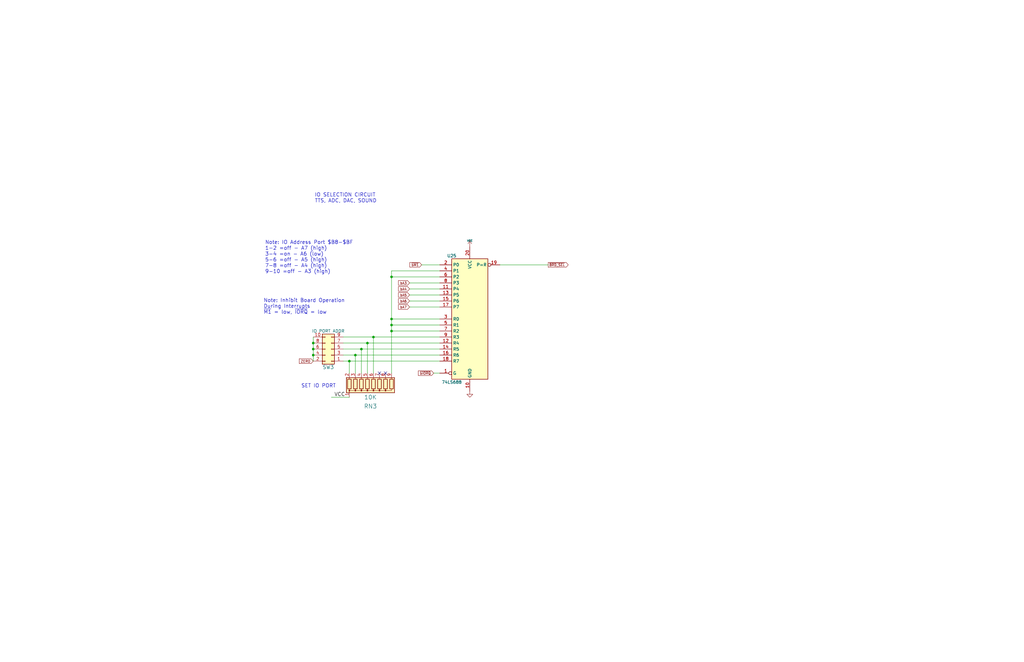
<source format=kicad_sch>
(kicad_sch (version 20211123) (generator eeschema)

  (uuid a085dca1-1c9e-46f1-bff4-cabeca5192f6)

  (paper "B")

  (lib_symbols
    (symbol "74xx:74LS688" (in_bom yes) (on_board yes)
      (property "Reference" "U" (id 0) (at -7.62 26.67 0)
        (effects (font (size 1.27 1.27)))
      )
      (property "Value" "74LS688" (id 1) (at -7.62 -26.67 0)
        (effects (font (size 1.27 1.27)))
      )
      (property "Footprint" "" (id 2) (at 0 0 0)
        (effects (font (size 1.27 1.27)) hide)
      )
      (property "Datasheet" "http://www.ti.com/lit/gpn/sn74LS688" (id 3) (at 0 0 0)
        (effects (font (size 1.27 1.27)) hide)
      )
      (property "ki_keywords" "TTL DECOD Arith" (id 4) (at 0 0 0)
        (effects (font (size 1.27 1.27)) hide)
      )
      (property "ki_description" "8-bit magnitude comparator" (id 5) (at 0 0 0)
        (effects (font (size 1.27 1.27)) hide)
      )
      (property "ki_fp_filters" "DIP?20* SOIC?20* SO?20* TSSOP?20*" (id 6) (at 0 0 0)
        (effects (font (size 1.27 1.27)) hide)
      )
      (symbol "74LS688_1_0"
        (pin input inverted (at -12.7 -22.86 0) (length 5.08)
          (name "G" (effects (font (size 1.27 1.27))))
          (number "1" (effects (font (size 1.27 1.27))))
        )
        (pin power_in line (at 0 -30.48 90) (length 5.08)
          (name "GND" (effects (font (size 1.27 1.27))))
          (number "10" (effects (font (size 1.27 1.27))))
        )
        (pin input line (at -12.7 12.7 0) (length 5.08)
          (name "P4" (effects (font (size 1.27 1.27))))
          (number "11" (effects (font (size 1.27 1.27))))
        )
        (pin input line (at -12.7 -10.16 0) (length 5.08)
          (name "R4" (effects (font (size 1.27 1.27))))
          (number "12" (effects (font (size 1.27 1.27))))
        )
        (pin input line (at -12.7 10.16 0) (length 5.08)
          (name "P5" (effects (font (size 1.27 1.27))))
          (number "13" (effects (font (size 1.27 1.27))))
        )
        (pin input line (at -12.7 -12.7 0) (length 5.08)
          (name "R5" (effects (font (size 1.27 1.27))))
          (number "14" (effects (font (size 1.27 1.27))))
        )
        (pin input line (at -12.7 7.62 0) (length 5.08)
          (name "P6" (effects (font (size 1.27 1.27))))
          (number "15" (effects (font (size 1.27 1.27))))
        )
        (pin input line (at -12.7 -15.24 0) (length 5.08)
          (name "R6" (effects (font (size 1.27 1.27))))
          (number "16" (effects (font (size 1.27 1.27))))
        )
        (pin input line (at -12.7 5.08 0) (length 5.08)
          (name "P7" (effects (font (size 1.27 1.27))))
          (number "17" (effects (font (size 1.27 1.27))))
        )
        (pin input line (at -12.7 -17.78 0) (length 5.08)
          (name "R7" (effects (font (size 1.27 1.27))))
          (number "18" (effects (font (size 1.27 1.27))))
        )
        (pin output inverted (at 12.7 22.86 180) (length 5.08)
          (name "P=R" (effects (font (size 1.27 1.27))))
          (number "19" (effects (font (size 1.27 1.27))))
        )
        (pin input line (at -12.7 22.86 0) (length 5.08)
          (name "P0" (effects (font (size 1.27 1.27))))
          (number "2" (effects (font (size 1.27 1.27))))
        )
        (pin power_in line (at 0 30.48 270) (length 5.08)
          (name "VCC" (effects (font (size 1.27 1.27))))
          (number "20" (effects (font (size 1.27 1.27))))
        )
        (pin input line (at -12.7 0 0) (length 5.08)
          (name "R0" (effects (font (size 1.27 1.27))))
          (number "3" (effects (font (size 1.27 1.27))))
        )
        (pin input line (at -12.7 20.32 0) (length 5.08)
          (name "P1" (effects (font (size 1.27 1.27))))
          (number "4" (effects (font (size 1.27 1.27))))
        )
        (pin input line (at -12.7 -2.54 0) (length 5.08)
          (name "R1" (effects (font (size 1.27 1.27))))
          (number "5" (effects (font (size 1.27 1.27))))
        )
        (pin input line (at -12.7 17.78 0) (length 5.08)
          (name "P2" (effects (font (size 1.27 1.27))))
          (number "6" (effects (font (size 1.27 1.27))))
        )
        (pin input line (at -12.7 -5.08 0) (length 5.08)
          (name "R2" (effects (font (size 1.27 1.27))))
          (number "7" (effects (font (size 1.27 1.27))))
        )
        (pin input line (at -12.7 15.24 0) (length 5.08)
          (name "P3" (effects (font (size 1.27 1.27))))
          (number "8" (effects (font (size 1.27 1.27))))
        )
        (pin input line (at -12.7 -7.62 0) (length 5.08)
          (name "R3" (effects (font (size 1.27 1.27))))
          (number "9" (effects (font (size 1.27 1.27))))
        )
      )
      (symbol "74LS688_1_1"
        (rectangle (start -7.62 25.4) (end 7.62 -25.4)
          (stroke (width 0.254) (type default) (color 0 0 0 0))
          (fill (type background))
        )
      )
    )
    (symbol "Connector_Generic:Conn_02x05_Odd_Even" (pin_names (offset 1.016) hide) (in_bom yes) (on_board yes)
      (property "Reference" "J" (id 0) (at 1.27 7.62 0)
        (effects (font (size 1.27 1.27)))
      )
      (property "Value" "Conn_02x05_Odd_Even" (id 1) (at 1.27 -7.62 0)
        (effects (font (size 1.27 1.27)))
      )
      (property "Footprint" "" (id 2) (at 0 0 0)
        (effects (font (size 1.27 1.27)) hide)
      )
      (property "Datasheet" "~" (id 3) (at 0 0 0)
        (effects (font (size 1.27 1.27)) hide)
      )
      (property "ki_keywords" "connector" (id 4) (at 0 0 0)
        (effects (font (size 1.27 1.27)) hide)
      )
      (property "ki_description" "Generic connector, double row, 02x05, odd/even pin numbering scheme (row 1 odd numbers, row 2 even numbers), script generated (kicad-library-utils/schlib/autogen/connector/)" (id 5) (at 0 0 0)
        (effects (font (size 1.27 1.27)) hide)
      )
      (property "ki_fp_filters" "Connector*:*_2x??_*" (id 6) (at 0 0 0)
        (effects (font (size 1.27 1.27)) hide)
      )
      (symbol "Conn_02x05_Odd_Even_1_1"
        (rectangle (start -1.27 -4.953) (end 0 -5.207)
          (stroke (width 0.1524) (type default) (color 0 0 0 0))
          (fill (type none))
        )
        (rectangle (start -1.27 -2.413) (end 0 -2.667)
          (stroke (width 0.1524) (type default) (color 0 0 0 0))
          (fill (type none))
        )
        (rectangle (start -1.27 0.127) (end 0 -0.127)
          (stroke (width 0.1524) (type default) (color 0 0 0 0))
          (fill (type none))
        )
        (rectangle (start -1.27 2.667) (end 0 2.413)
          (stroke (width 0.1524) (type default) (color 0 0 0 0))
          (fill (type none))
        )
        (rectangle (start -1.27 5.207) (end 0 4.953)
          (stroke (width 0.1524) (type default) (color 0 0 0 0))
          (fill (type none))
        )
        (rectangle (start -1.27 6.35) (end 3.81 -6.35)
          (stroke (width 0.254) (type default) (color 0 0 0 0))
          (fill (type background))
        )
        (rectangle (start 3.81 -4.953) (end 2.54 -5.207)
          (stroke (width 0.1524) (type default) (color 0 0 0 0))
          (fill (type none))
        )
        (rectangle (start 3.81 -2.413) (end 2.54 -2.667)
          (stroke (width 0.1524) (type default) (color 0 0 0 0))
          (fill (type none))
        )
        (rectangle (start 3.81 0.127) (end 2.54 -0.127)
          (stroke (width 0.1524) (type default) (color 0 0 0 0))
          (fill (type none))
        )
        (rectangle (start 3.81 2.667) (end 2.54 2.413)
          (stroke (width 0.1524) (type default) (color 0 0 0 0))
          (fill (type none))
        )
        (rectangle (start 3.81 5.207) (end 2.54 4.953)
          (stroke (width 0.1524) (type default) (color 0 0 0 0))
          (fill (type none))
        )
        (pin passive line (at -5.08 5.08 0) (length 3.81)
          (name "Pin_1" (effects (font (size 1.27 1.27))))
          (number "1" (effects (font (size 1.27 1.27))))
        )
        (pin passive line (at 7.62 -5.08 180) (length 3.81)
          (name "Pin_10" (effects (font (size 1.27 1.27))))
          (number "10" (effects (font (size 1.27 1.27))))
        )
        (pin passive line (at 7.62 5.08 180) (length 3.81)
          (name "Pin_2" (effects (font (size 1.27 1.27))))
          (number "2" (effects (font (size 1.27 1.27))))
        )
        (pin passive line (at -5.08 2.54 0) (length 3.81)
          (name "Pin_3" (effects (font (size 1.27 1.27))))
          (number "3" (effects (font (size 1.27 1.27))))
        )
        (pin passive line (at 7.62 2.54 180) (length 3.81)
          (name "Pin_4" (effects (font (size 1.27 1.27))))
          (number "4" (effects (font (size 1.27 1.27))))
        )
        (pin passive line (at -5.08 0 0) (length 3.81)
          (name "Pin_5" (effects (font (size 1.27 1.27))))
          (number "5" (effects (font (size 1.27 1.27))))
        )
        (pin passive line (at 7.62 0 180) (length 3.81)
          (name "Pin_6" (effects (font (size 1.27 1.27))))
          (number "6" (effects (font (size 1.27 1.27))))
        )
        (pin passive line (at -5.08 -2.54 0) (length 3.81)
          (name "Pin_7" (effects (font (size 1.27 1.27))))
          (number "7" (effects (font (size 1.27 1.27))))
        )
        (pin passive line (at 7.62 -2.54 180) (length 3.81)
          (name "Pin_8" (effects (font (size 1.27 1.27))))
          (number "8" (effects (font (size 1.27 1.27))))
        )
        (pin passive line (at -5.08 -5.08 0) (length 3.81)
          (name "Pin_9" (effects (font (size 1.27 1.27))))
          (number "9" (effects (font (size 1.27 1.27))))
        )
      )
    )
    (symbol "Device:R_Network08" (pin_names (offset 0) hide) (in_bom yes) (on_board yes)
      (property "Reference" "RN" (id 0) (at -12.7 0 90)
        (effects (font (size 1.27 1.27)))
      )
      (property "Value" "R_Network08" (id 1) (at 10.16 0 90)
        (effects (font (size 1.27 1.27)))
      )
      (property "Footprint" "Resistor_THT:R_Array_SIP9" (id 2) (at 12.065 0 90)
        (effects (font (size 1.27 1.27)) hide)
      )
      (property "Datasheet" "http://www.vishay.com/docs/31509/csc.pdf" (id 3) (at 0 0 0)
        (effects (font (size 1.27 1.27)) hide)
      )
      (property "ki_keywords" "R network star-topology" (id 4) (at 0 0 0)
        (effects (font (size 1.27 1.27)) hide)
      )
      (property "ki_description" "8 resistor network, star topology, bussed resistors, small symbol" (id 5) (at 0 0 0)
        (effects (font (size 1.27 1.27)) hide)
      )
      (property "ki_fp_filters" "R?Array?SIP*" (id 6) (at 0 0 0)
        (effects (font (size 1.27 1.27)) hide)
      )
      (symbol "R_Network08_0_1"
        (rectangle (start -11.43 -3.175) (end 8.89 3.175)
          (stroke (width 0.254) (type default) (color 0 0 0 0))
          (fill (type background))
        )
        (rectangle (start -10.922 1.524) (end -9.398 -2.54)
          (stroke (width 0.254) (type default) (color 0 0 0 0))
          (fill (type none))
        )
        (circle (center -10.16 2.286) (radius 0.254)
          (stroke (width 0) (type default) (color 0 0 0 0))
          (fill (type outline))
        )
        (rectangle (start -8.382 1.524) (end -6.858 -2.54)
          (stroke (width 0.254) (type default) (color 0 0 0 0))
          (fill (type none))
        )
        (circle (center -7.62 2.286) (radius 0.254)
          (stroke (width 0) (type default) (color 0 0 0 0))
          (fill (type outline))
        )
        (rectangle (start -5.842 1.524) (end -4.318 -2.54)
          (stroke (width 0.254) (type default) (color 0 0 0 0))
          (fill (type none))
        )
        (circle (center -5.08 2.286) (radius 0.254)
          (stroke (width 0) (type default) (color 0 0 0 0))
          (fill (type outline))
        )
        (rectangle (start -3.302 1.524) (end -1.778 -2.54)
          (stroke (width 0.254) (type default) (color 0 0 0 0))
          (fill (type none))
        )
        (circle (center -2.54 2.286) (radius 0.254)
          (stroke (width 0) (type default) (color 0 0 0 0))
          (fill (type outline))
        )
        (rectangle (start -0.762 1.524) (end 0.762 -2.54)
          (stroke (width 0.254) (type default) (color 0 0 0 0))
          (fill (type none))
        )
        (polyline
          (pts
            (xy -10.16 -2.54)
            (xy -10.16 -3.81)
          )
          (stroke (width 0) (type default) (color 0 0 0 0))
          (fill (type none))
        )
        (polyline
          (pts
            (xy -7.62 -2.54)
            (xy -7.62 -3.81)
          )
          (stroke (width 0) (type default) (color 0 0 0 0))
          (fill (type none))
        )
        (polyline
          (pts
            (xy -5.08 -2.54)
            (xy -5.08 -3.81)
          )
          (stroke (width 0) (type default) (color 0 0 0 0))
          (fill (type none))
        )
        (polyline
          (pts
            (xy -2.54 -2.54)
            (xy -2.54 -3.81)
          )
          (stroke (width 0) (type default) (color 0 0 0 0))
          (fill (type none))
        )
        (polyline
          (pts
            (xy 0 -2.54)
            (xy 0 -3.81)
          )
          (stroke (width 0) (type default) (color 0 0 0 0))
          (fill (type none))
        )
        (polyline
          (pts
            (xy 2.54 -2.54)
            (xy 2.54 -3.81)
          )
          (stroke (width 0) (type default) (color 0 0 0 0))
          (fill (type none))
        )
        (polyline
          (pts
            (xy 5.08 -2.54)
            (xy 5.08 -3.81)
          )
          (stroke (width 0) (type default) (color 0 0 0 0))
          (fill (type none))
        )
        (polyline
          (pts
            (xy 7.62 -2.54)
            (xy 7.62 -3.81)
          )
          (stroke (width 0) (type default) (color 0 0 0 0))
          (fill (type none))
        )
        (polyline
          (pts
            (xy -10.16 1.524)
            (xy -10.16 2.286)
            (xy -7.62 2.286)
            (xy -7.62 1.524)
          )
          (stroke (width 0) (type default) (color 0 0 0 0))
          (fill (type none))
        )
        (polyline
          (pts
            (xy -7.62 1.524)
            (xy -7.62 2.286)
            (xy -5.08 2.286)
            (xy -5.08 1.524)
          )
          (stroke (width 0) (type default) (color 0 0 0 0))
          (fill (type none))
        )
        (polyline
          (pts
            (xy -5.08 1.524)
            (xy -5.08 2.286)
            (xy -2.54 2.286)
            (xy -2.54 1.524)
          )
          (stroke (width 0) (type default) (color 0 0 0 0))
          (fill (type none))
        )
        (polyline
          (pts
            (xy -2.54 1.524)
            (xy -2.54 2.286)
            (xy 0 2.286)
            (xy 0 1.524)
          )
          (stroke (width 0) (type default) (color 0 0 0 0))
          (fill (type none))
        )
        (polyline
          (pts
            (xy 0 1.524)
            (xy 0 2.286)
            (xy 2.54 2.286)
            (xy 2.54 1.524)
          )
          (stroke (width 0) (type default) (color 0 0 0 0))
          (fill (type none))
        )
        (polyline
          (pts
            (xy 2.54 1.524)
            (xy 2.54 2.286)
            (xy 5.08 2.286)
            (xy 5.08 1.524)
          )
          (stroke (width 0) (type default) (color 0 0 0 0))
          (fill (type none))
        )
        (polyline
          (pts
            (xy 5.08 1.524)
            (xy 5.08 2.286)
            (xy 7.62 2.286)
            (xy 7.62 1.524)
          )
          (stroke (width 0) (type default) (color 0 0 0 0))
          (fill (type none))
        )
        (circle (center 0 2.286) (radius 0.254)
          (stroke (width 0) (type default) (color 0 0 0 0))
          (fill (type outline))
        )
        (rectangle (start 1.778 1.524) (end 3.302 -2.54)
          (stroke (width 0.254) (type default) (color 0 0 0 0))
          (fill (type none))
        )
        (circle (center 2.54 2.286) (radius 0.254)
          (stroke (width 0) (type default) (color 0 0 0 0))
          (fill (type outline))
        )
        (rectangle (start 4.318 1.524) (end 5.842 -2.54)
          (stroke (width 0.254) (type default) (color 0 0 0 0))
          (fill (type none))
        )
        (circle (center 5.08 2.286) (radius 0.254)
          (stroke (width 0) (type default) (color 0 0 0 0))
          (fill (type outline))
        )
        (rectangle (start 6.858 1.524) (end 8.382 -2.54)
          (stroke (width 0.254) (type default) (color 0 0 0 0))
          (fill (type none))
        )
      )
      (symbol "R_Network08_1_1"
        (pin passive line (at -10.16 5.08 270) (length 2.54)
          (name "common" (effects (font (size 1.27 1.27))))
          (number "1" (effects (font (size 1.27 1.27))))
        )
        (pin passive line (at -10.16 -5.08 90) (length 1.27)
          (name "R1" (effects (font (size 1.27 1.27))))
          (number "2" (effects (font (size 1.27 1.27))))
        )
        (pin passive line (at -7.62 -5.08 90) (length 1.27)
          (name "R2" (effects (font (size 1.27 1.27))))
          (number "3" (effects (font (size 1.27 1.27))))
        )
        (pin passive line (at -5.08 -5.08 90) (length 1.27)
          (name "R3" (effects (font (size 1.27 1.27))))
          (number "4" (effects (font (size 1.27 1.27))))
        )
        (pin passive line (at -2.54 -5.08 90) (length 1.27)
          (name "R4" (effects (font (size 1.27 1.27))))
          (number "5" (effects (font (size 1.27 1.27))))
        )
        (pin passive line (at 0 -5.08 90) (length 1.27)
          (name "R5" (effects (font (size 1.27 1.27))))
          (number "6" (effects (font (size 1.27 1.27))))
        )
        (pin passive line (at 2.54 -5.08 90) (length 1.27)
          (name "R6" (effects (font (size 1.27 1.27))))
          (number "7" (effects (font (size 1.27 1.27))))
        )
        (pin passive line (at 5.08 -5.08 90) (length 1.27)
          (name "R7" (effects (font (size 1.27 1.27))))
          (number "8" (effects (font (size 1.27 1.27))))
        )
        (pin passive line (at 7.62 -5.08 90) (length 1.27)
          (name "R8" (effects (font (size 1.27 1.27))))
          (number "9" (effects (font (size 1.27 1.27))))
        )
      )
    )
    (symbol "power:GND" (power) (pin_names (offset 0)) (in_bom yes) (on_board yes)
      (property "Reference" "#PWR" (id 0) (at 0 -6.35 0)
        (effects (font (size 1.27 1.27)) hide)
      )
      (property "Value" "GND" (id 1) (at 0 -3.81 0)
        (effects (font (size 1.27 1.27)))
      )
      (property "Footprint" "" (id 2) (at 0 0 0)
        (effects (font (size 1.27 1.27)) hide)
      )
      (property "Datasheet" "" (id 3) (at 0 0 0)
        (effects (font (size 1.27 1.27)) hide)
      )
      (property "ki_keywords" "global power" (id 4) (at 0 0 0)
        (effects (font (size 1.27 1.27)) hide)
      )
      (property "ki_description" "Power symbol creates a global label with name \"GND\" , ground" (id 5) (at 0 0 0)
        (effects (font (size 1.27 1.27)) hide)
      )
      (symbol "GND_0_1"
        (polyline
          (pts
            (xy 0 0)
            (xy 0 -1.27)
            (xy 1.27 -1.27)
            (xy 0 -2.54)
            (xy -1.27 -1.27)
            (xy 0 -1.27)
          )
          (stroke (width 0) (type default) (color 0 0 0 0))
          (fill (type none))
        )
      )
      (symbol "GND_1_1"
        (pin power_in line (at 0 0 270) (length 0) hide
          (name "GND" (effects (font (size 1.27 1.27))))
          (number "1" (effects (font (size 1.27 1.27))))
        )
      )
    )
    (symbol "power:VCC" (power) (pin_names (offset 0)) (in_bom yes) (on_board yes)
      (property "Reference" "#PWR" (id 0) (at 0 -3.81 0)
        (effects (font (size 1.27 1.27)) hide)
      )
      (property "Value" "VCC" (id 1) (at 0 3.81 0)
        (effects (font (size 1.27 1.27)))
      )
      (property "Footprint" "" (id 2) (at 0 0 0)
        (effects (font (size 1.27 1.27)) hide)
      )
      (property "Datasheet" "" (id 3) (at 0 0 0)
        (effects (font (size 1.27 1.27)) hide)
      )
      (property "ki_keywords" "global power" (id 4) (at 0 0 0)
        (effects (font (size 1.27 1.27)) hide)
      )
      (property "ki_description" "Power symbol creates a global label with name \"VCC\"" (id 5) (at 0 0 0)
        (effects (font (size 1.27 1.27)) hide)
      )
      (symbol "VCC_0_1"
        (polyline
          (pts
            (xy -0.762 1.27)
            (xy 0 2.54)
          )
          (stroke (width 0) (type default) (color 0 0 0 0))
          (fill (type none))
        )
        (polyline
          (pts
            (xy 0 0)
            (xy 0 2.54)
          )
          (stroke (width 0) (type default) (color 0 0 0 0))
          (fill (type none))
        )
        (polyline
          (pts
            (xy 0 2.54)
            (xy 0.762 1.27)
          )
          (stroke (width 0) (type default) (color 0 0 0 0))
          (fill (type none))
        )
      )
      (symbol "VCC_1_1"
        (pin power_in line (at 0 0 90) (length 0) hide
          (name "VCC" (effects (font (size 1.27 1.27))))
          (number "1" (effects (font (size 1.27 1.27))))
        )
      )
    )
  )

  (junction (at 132.08 149.86) (diameter 0) (color 0 0 0 0)
    (uuid 1825ac12-fc34-4fc2-9a2d-ea4544f824a8)
  )
  (junction (at 132.08 144.78) (diameter 0) (color 0 0 0 0)
    (uuid 363a596f-4292-4e34-ab7c-277813371a3f)
  )
  (junction (at 165.1 137.16) (diameter 0) (color 0 0 0 0)
    (uuid 3cf2f57f-6abc-4471-a49b-0a27e1a7743a)
  )
  (junction (at 149.86 149.86) (diameter 0) (color 0 0 0 0)
    (uuid 532800d0-ee19-4e1a-b3d5-b63581088457)
  )
  (junction (at 165.1 139.7) (diameter 0) (color 0 0 0 0)
    (uuid 5c5d6f7e-bf0c-4352-9fa3-620f0662c51a)
  )
  (junction (at 157.48 142.24) (diameter 0) (color 0 0 0 0)
    (uuid 638308de-89c4-4e02-89c7-e9734851d0aa)
  )
  (junction (at 165.1 134.62) (diameter 0) (color 0 0 0 0)
    (uuid 89f9eade-0eeb-489e-9041-9cd6d50f9f89)
  )
  (junction (at 152.4 147.32) (diameter 0) (color 0 0 0 0)
    (uuid 8eb8da00-6d9a-4633-b424-b40b394852d0)
  )
  (junction (at 165.1 116.84) (diameter 0) (color 0 0 0 0)
    (uuid 93056124-efdc-4852-b5e2-2bed5201b22e)
  )
  (junction (at 147.32 152.4) (diameter 0) (color 0 0 0 0)
    (uuid 98fb6e10-175a-48b4-b105-c2874574f089)
  )
  (junction (at 132.08 147.32) (diameter 0) (color 0 0 0 0)
    (uuid a74315f3-00ba-4153-a5bd-c7d9b212faa0)
  )
  (junction (at 154.94 144.78) (diameter 0) (color 0 0 0 0)
    (uuid f9e40509-c414-4577-9204-61a261c0cf59)
  )

  (no_connect (at 160.02 157.48) (uuid 7d51257f-5911-4b55-8906-bf3336dc96bd))
  (no_connect (at 162.56 157.48) (uuid e326525a-9c5b-4c93-8e02-bffd010ca5ed))

  (wire (pts (xy 157.48 142.24) (xy 185.42 142.24))
    (stroke (width 0) (type default) (color 0 0 0 0))
    (uuid 046e5558-289e-4bc8-860f-4b025265cb99)
  )
  (wire (pts (xy 177.8 111.76) (xy 185.42 111.76))
    (stroke (width 0) (type default) (color 0 0 0 0))
    (uuid 0d5587b3-1fa4-42dc-b741-b6ac580efba2)
  )
  (wire (pts (xy 165.1 137.16) (xy 165.1 139.7))
    (stroke (width 0) (type default) (color 0 0 0 0))
    (uuid 120cc132-fa9c-4eb9-9f36-7a1bb0dd0d17)
  )
  (wire (pts (xy 172.72 119.38) (xy 185.42 119.38))
    (stroke (width 0) (type default) (color 0 0 0 0))
    (uuid 1a51362d-7357-4b46-8a6e-da42c7bf1c9d)
  )
  (wire (pts (xy 132.08 144.78) (xy 132.08 147.32))
    (stroke (width 0) (type default) (color 0 0 0 0))
    (uuid 1d8c9614-9697-43b0-98be-53a4b8666030)
  )
  (wire (pts (xy 152.4 147.32) (xy 185.42 147.32))
    (stroke (width 0) (type default) (color 0 0 0 0))
    (uuid 1fc99555-7ab6-49fd-a080-4253905f6cac)
  )
  (wire (pts (xy 144.78 149.86) (xy 149.86 149.86))
    (stroke (width 0) (type default) (color 0 0 0 0))
    (uuid 2af927ee-66d8-4fa1-bff3-a693e912ff71)
  )
  (wire (pts (xy 144.78 142.24) (xy 157.48 142.24))
    (stroke (width 0) (type default) (color 0 0 0 0))
    (uuid 2d10caa4-e785-46ba-b166-3902889f13e8)
  )
  (wire (pts (xy 147.32 157.48) (xy 147.32 152.4))
    (stroke (width 0) (type default) (color 0 0 0 0))
    (uuid 31a8c126-8f83-4728-8544-a20e9dce27d5)
  )
  (wire (pts (xy 149.86 149.86) (xy 185.42 149.86))
    (stroke (width 0) (type default) (color 0 0 0 0))
    (uuid 32395282-e8fb-4705-94e4-0c3e0a854294)
  )
  (wire (pts (xy 165.1 139.7) (xy 185.42 139.7))
    (stroke (width 0) (type default) (color 0 0 0 0))
    (uuid 404c69ea-90ba-4905-83c9-6ee1cfe4956b)
  )
  (wire (pts (xy 210.82 111.76) (xy 231.14 111.76))
    (stroke (width 0) (type default) (color 0 0 0 0))
    (uuid 40a2f51d-3458-47b1-a18b-dc613481f463)
  )
  (wire (pts (xy 185.42 114.3) (xy 165.1 114.3))
    (stroke (width 0) (type default) (color 0 0 0 0))
    (uuid 527a40ff-1c01-4869-a608-2be53aadac5c)
  )
  (wire (pts (xy 132.08 149.86) (xy 132.08 152.4))
    (stroke (width 0) (type default) (color 0 0 0 0))
    (uuid 57469954-2ad2-4a79-9ca6-4e2f7ea61662)
  )
  (wire (pts (xy 154.94 157.48) (xy 154.94 144.78))
    (stroke (width 0) (type default) (color 0 0 0 0))
    (uuid 5fec8539-9102-4174-9645-ec21228dfc5a)
  )
  (wire (pts (xy 165.1 134.62) (xy 185.42 134.62))
    (stroke (width 0) (type default) (color 0 0 0 0))
    (uuid 69ffbfd8-4fcb-49ac-82e1-444a8448cac2)
  )
  (wire (pts (xy 147.32 152.4) (xy 185.42 152.4))
    (stroke (width 0) (type default) (color 0 0 0 0))
    (uuid 6b4b237c-cc08-4444-a2b5-6006ed5133a0)
  )
  (wire (pts (xy 172.72 127) (xy 185.42 127))
    (stroke (width 0) (type default) (color 0 0 0 0))
    (uuid 6e6b3cbb-5ac6-4bea-b4df-c97c1b113cf4)
  )
  (wire (pts (xy 139.7 167.64) (xy 147.32 167.64))
    (stroke (width 0) (type default) (color 0 0 0 0))
    (uuid 6ee00add-b140-432c-9577-87a5bd761fc2)
  )
  (wire (pts (xy 165.1 114.3) (xy 165.1 116.84))
    (stroke (width 0) (type default) (color 0 0 0 0))
    (uuid 7b187928-e000-47db-a403-c1f611664881)
  )
  (wire (pts (xy 144.78 144.78) (xy 154.94 144.78))
    (stroke (width 0) (type default) (color 0 0 0 0))
    (uuid 8ebd7248-86ef-4394-a939-3562e79f2539)
  )
  (wire (pts (xy 132.08 147.32) (xy 132.08 149.86))
    (stroke (width 0) (type default) (color 0 0 0 0))
    (uuid 964d11d5-1556-4eb0-8b13-d5d6a32743e6)
  )
  (wire (pts (xy 132.08 142.24) (xy 132.08 144.78))
    (stroke (width 0) (type default) (color 0 0 0 0))
    (uuid a4bebb31-d780-4c25-873c-e48cd2a7c390)
  )
  (wire (pts (xy 144.78 147.32) (xy 152.4 147.32))
    (stroke (width 0) (type default) (color 0 0 0 0))
    (uuid a6de7636-af05-43bc-85c4-a5742b3d76db)
  )
  (wire (pts (xy 152.4 157.48) (xy 152.4 147.32))
    (stroke (width 0) (type default) (color 0 0 0 0))
    (uuid bbd929f7-1fdb-4b39-bfd8-8dcea53b093e)
  )
  (wire (pts (xy 165.1 137.16) (xy 165.1 134.62))
    (stroke (width 0) (type default) (color 0 0 0 0))
    (uuid bbe3bca3-cfe2-4b83-9635-45989fc6f044)
  )
  (wire (pts (xy 172.72 121.92) (xy 185.42 121.92))
    (stroke (width 0) (type default) (color 0 0 0 0))
    (uuid c1b45017-f355-46e3-a6b0-5c36fe25a9b0)
  )
  (wire (pts (xy 172.72 124.46) (xy 185.42 124.46))
    (stroke (width 0) (type default) (color 0 0 0 0))
    (uuid c79894e3-cd22-431d-b0f8-3cfb4202adb6)
  )
  (wire (pts (xy 172.72 129.54) (xy 185.42 129.54))
    (stroke (width 0) (type default) (color 0 0 0 0))
    (uuid cd4a2d6a-07df-451c-b5fa-71d82c80cd5e)
  )
  (wire (pts (xy 149.86 157.48) (xy 149.86 149.86))
    (stroke (width 0) (type default) (color 0 0 0 0))
    (uuid d2e939c2-6f11-41cd-8848-d6444f4e28f9)
  )
  (wire (pts (xy 165.1 116.84) (xy 165.1 134.62))
    (stroke (width 0) (type default) (color 0 0 0 0))
    (uuid d83bb7db-1a8b-4fce-a876-4ba835be5450)
  )
  (wire (pts (xy 165.1 137.16) (xy 185.42 137.16))
    (stroke (width 0) (type default) (color 0 0 0 0))
    (uuid df2e2703-74cf-49d3-90ba-fd28d2755d5f)
  )
  (wire (pts (xy 165.1 139.7) (xy 165.1 157.48))
    (stroke (width 0) (type default) (color 0 0 0 0))
    (uuid e62cda6e-fcde-4b3d-a1d6-fac3a1019dc2)
  )
  (wire (pts (xy 157.48 142.24) (xy 157.48 157.48))
    (stroke (width 0) (type default) (color 0 0 0 0))
    (uuid ed593436-7442-4d9d-810a-b848dcd79634)
  )
  (wire (pts (xy 154.94 144.78) (xy 185.42 144.78))
    (stroke (width 0) (type default) (color 0 0 0 0))
    (uuid eed9caeb-7363-4186-9d6c-afc7fdded92c)
  )
  (wire (pts (xy 185.42 157.48) (xy 182.88 157.48))
    (stroke (width 0) (type default) (color 0 0 0 0))
    (uuid f69eca09-6567-4a7e-a0c7-765c529d9baa)
  )
  (wire (pts (xy 144.78 152.4) (xy 147.32 152.4))
    (stroke (width 0) (type default) (color 0 0 0 0))
    (uuid f82cfe23-c74d-400e-8208-034933f9beef)
  )
  (wire (pts (xy 165.1 116.84) (xy 185.42 116.84))
    (stroke (width 0) (type default) (color 0 0 0 0))
    (uuid ff85965c-dea1-4709-bf9a-e2d12922a4f2)
  )

  (text "SET IO PORT" (at 127 163.83 0)
    (effects (font (size 1.524 1.524)) (justify left bottom))
    (uuid 1ef3b430-7fb1-4652-801d-415c6183e26b)
  )
  (text "Note: IO Address Port $B8-$BF\n1-2 =off - A7 (high)\n3-4 =on - A6 (low)\n5-6 =off - A5 (high)\n7-8 =off - A4 (high)\n9-10 =off - A3 (high)"
    (at 111.76 115.57 0)
    (effects (font (size 1.524 1.524)) (justify left bottom))
    (uuid 25c4d1dd-e124-43c6-b024-47cb25885175)
  )
  (text "IO SELECTION CIRCUIT\nTTS, ADC, DAC, SOUND" (at 132.715 85.725 0)
    (effects (font (size 1.524 1.524)) (justify left bottom))
    (uuid c94a855f-a916-4f9c-85aa-e44945bd1161)
  )
  (text "Note: Inhibit Board Operation\nDuring Interrupts\n~{M1} = low, ~{IORQ} = low"
    (at 111.125 132.715 0)
    (effects (font (size 1.524 1.524)) (justify left bottom))
    (uuid d50a274a-75ce-41fa-934b-821db0dfa44f)
  )

  (label "VCC" (at 140.97 167.64 0)
    (effects (font (size 1.524 1.524)) (justify left bottom))
    (uuid 98d83f70-6ec2-4c48-a3f0-3f3cc7c58143)
  )

  (global_label "bA3" (shape input) (at 172.72 119.38 180) (fields_autoplaced)
    (effects (font (size 1.016 1.016)) (justify right))
    (uuid 1a25153f-7b07-45fe-b0fb-b7cb314239b6)
    (property "Intersheet References" "${INTERSHEET_REFS}" (id 0) (at 168.103 119.3165 0)
      (effects (font (size 1.016 1.016)) (justify right) hide)
    )
  )
  (global_label "~{BRD_SEL}" (shape output) (at 231.14 111.76 0) (fields_autoplaced)
    (effects (font (size 1.016 1.016)) (justify left))
    (uuid 229c83e4-9eaf-4f45-98cb-b1fe34b88ddd)
    (property "Intersheet References" "${INTERSHEET_REFS}" (id 0) (at 239.5307 111.6965 0)
      (effects (font (size 1.016 1.016)) (justify left) hide)
    )
  )
  (global_label "bA4" (shape input) (at 172.72 121.92 180) (fields_autoplaced)
    (effects (font (size 1.016 1.016)) (justify right))
    (uuid 2bdd8338-5aec-47d0-861c-01d878bf388a)
    (property "Intersheet References" "${INTERSHEET_REFS}" (id 0) (at 104.14 74.93 0)
      (effects (font (size 1.27 1.27)) hide)
    )
  )
  (global_label "bA6" (shape input) (at 172.72 127 180) (fields_autoplaced)
    (effects (font (size 1.016 1.016)) (justify right))
    (uuid 6755020c-2ba4-4b65-a7a6-e91f9400e588)
    (property "Intersheet References" "${INTERSHEET_REFS}" (id 0) (at 104.14 74.93 0)
      (effects (font (size 1.27 1.27)) hide)
    )
  )
  (global_label "~{bIORQ}" (shape input) (at 182.88 157.48 180) (fields_autoplaced)
    (effects (font (size 1.016 1.016)) (justify right))
    (uuid 68a0a0a9-d0f8-4482-975a-d4bc9e4b242b)
    (property "Intersheet References" "${INTERSHEET_REFS}" (id 0) (at 104.14 74.93 0)
      (effects (font (size 1.27 1.27)) hide)
    )
  )
  (global_label "ZERO" (shape input) (at 132.08 152.4 180) (fields_autoplaced)
    (effects (font (size 1.016 1.016)) (justify right))
    (uuid 87e3ef8e-6a17-437f-a630-79bf4359be23)
    (property "Intersheet References" "${INTERSHEET_REFS}" (id 0) (at 96.52 74.93 0)
      (effects (font (size 1.27 1.27)) hide)
    )
  )
  (global_label "bA5" (shape input) (at 172.72 124.46 180) (fields_autoplaced)
    (effects (font (size 1.016 1.016)) (justify right))
    (uuid a0c537b8-8875-4383-951b-f35d1760318e)
    (property "Intersheet References" "${INTERSHEET_REFS}" (id 0) (at 104.14 74.93 0)
      (effects (font (size 1.27 1.27)) hide)
    )
  )
  (global_label "bA7" (shape input) (at 172.72 129.54 180) (fields_autoplaced)
    (effects (font (size 1.016 1.016)) (justify right))
    (uuid c071d9ae-dd30-4ad0-a601-ac0d24365935)
    (property "Intersheet References" "${INTERSHEET_REFS}" (id 0) (at 104.14 74.93 0)
      (effects (font (size 1.27 1.27)) hide)
    )
  )
  (global_label "~{bM1}" (shape input) (at 177.8 111.76 180) (fields_autoplaced)
    (effects (font (size 1.016 1.016)) (justify right))
    (uuid ceb16c6f-8ad8-4ed8-9524-31463870d91b)
    (property "Intersheet References" "${INTERSHEET_REFS}" (id 0) (at 104.14 74.93 0)
      (effects (font (size 1.27 1.27)) hide)
    )
  )

  (symbol (lib_id "Connector_Generic:Conn_02x05_Odd_Even") (at 139.7 147.32 180) (unit 1)
    (in_bom yes) (on_board yes)
    (uuid 00000000-0000-0000-0000-00006606dce9)
    (property "Reference" "SW3" (id 0) (at 138.43 154.94 0)
      (effects (font (size 1.524 1.524)))
    )
    (property "Value" "IO PORT ADDR" (id 1) (at 138.43 139.7 0))
    (property "Footprint" "Connector_PinHeader_2.54mm:PinHeader_2x05_P2.54mm_Vertical" (id 2) (at 139.7 147.32 0)
      (effects (font (size 1.27 1.27)) hide)
    )
    (property "Datasheet" "~" (id 3) (at 139.7 147.32 0)
      (effects (font (size 1.27 1.27)) hide)
    )
    (pin "1" (uuid 2ba897e2-53c4-4ad6-9f03-2f049b53f7b6))
    (pin "10" (uuid c658fefa-f87f-423d-9fc2-885bdf54805c))
    (pin "2" (uuid 9d69b1d9-3ee9-4d90-9288-b53cc9b54443))
    (pin "3" (uuid 43ead525-709e-4aa5-8f68-dca023feb6d7))
    (pin "4" (uuid 89cdb811-0726-4dd8-aab0-8b8b69b3c9fc))
    (pin "5" (uuid 0a4ce51d-6a8b-4377-9d77-40c10631a06b))
    (pin "6" (uuid ab7b311d-dcaf-4475-b5b0-8a67d77025c4))
    (pin "7" (uuid 07168204-eddf-45b1-9089-c5caee720656))
    (pin "8" (uuid 1b44ece1-1cf9-4236-9844-8579d66958e9))
    (pin "9" (uuid 3e28e747-82fb-4607-92ff-2aeb01d0aaff))
  )

  (symbol (lib_id "power:VCC") (at 198.12 104.14 0) (unit 1)
    (in_bom yes) (on_board yes)
    (uuid 00000000-0000-0000-0000-0000660e7c6b)
    (property "Reference" "#PWR072" (id 0) (at 198.12 101.6 0)
      (effects (font (size 0.762 0.762)) hide)
    )
    (property "Value" "VCC" (id 1) (at 198.12 101.6 0)
      (effects (font (size 0.762 0.762)))
    )
    (property "Footprint" "" (id 2) (at 198.12 104.14 0)
      (effects (font (size 1.524 1.524)) hide)
    )
    (property "Datasheet" "" (id 3) (at 198.12 104.14 0)
      (effects (font (size 1.524 1.524)) hide)
    )
    (pin "1" (uuid 0fbc46e6-08e4-434b-995b-84a7764a5045))
  )

  (symbol (lib_id "74xx:74LS688") (at 198.12 134.62 0) (unit 1)
    (in_bom yes) (on_board yes)
    (uuid 00000000-0000-0000-0000-0000660e7c6c)
    (property "Reference" "U25" (id 0) (at 190.5 107.95 0))
    (property "Value" "74LS688" (id 1) (at 190.5 161.29 0))
    (property "Footprint" "Package_DIP:DIP-20_W7.62mm_Socket" (id 2) (at 198.12 134.62 0)
      (effects (font (size 1.27 1.27)) hide)
    )
    (property "Datasheet" "http://www.ti.com/lit/gpn/sn74LS688" (id 3) (at 198.12 134.62 0)
      (effects (font (size 1.27 1.27)) hide)
    )
    (pin "1" (uuid 64d7e183-9897-44bc-9406-dd2c09b39e3d))
    (pin "10" (uuid 149a495c-630a-43b7-af37-234112094dc1))
    (pin "11" (uuid 6e91edd8-0795-46b0-bdf5-20f529442b8a))
    (pin "12" (uuid 545ed43b-c741-40bc-8666-4478830143fe))
    (pin "13" (uuid 2d5a706f-134f-4da5-bf6e-2f15d184306f))
    (pin "14" (uuid ef28ff13-6336-4216-a19f-985a7298ce33))
    (pin "15" (uuid c726b561-0cc9-4ea2-a4af-91ff8269097f))
    (pin "16" (uuid 77baf1d6-a142-4061-81da-472a45986220))
    (pin "17" (uuid 9e7ae527-b1fa-4813-8e86-402508c9961d))
    (pin "18" (uuid eb480b6c-76ee-40d4-9c58-762eee5a2b42))
    (pin "19" (uuid 71f09a36-7d47-49a8-9950-bb7d0eb42315))
    (pin "2" (uuid 5d6b85e7-17ad-4b70-908e-396870ac63ec))
    (pin "20" (uuid 6dd5b24b-07b8-4f91-9c6c-6775aa66a723))
    (pin "3" (uuid 9c1f95ce-1cba-4f04-8d48-e6199d0655d6))
    (pin "4" (uuid b387078c-12ca-4507-a108-780717136a0f))
    (pin "5" (uuid 3302b662-f5ee-4ea6-a504-e33424f1b274))
    (pin "6" (uuid 5f91be36-3cb1-43cb-9900-50295093de80))
    (pin "7" (uuid df65ba6c-e511-418f-bbda-41af8d820a5e))
    (pin "8" (uuid 2ccd7718-4276-41e5-ba36-28a9fc335df7))
    (pin "9" (uuid 3191cfa3-919e-4aea-a691-7f4362132485))
  )

  (symbol (lib_id "Device:R_Network08") (at 157.48 162.56 0) (mirror x) (unit 1)
    (in_bom yes) (on_board yes)
    (uuid 00000000-0000-0000-0000-0000660e7c7c)
    (property "Reference" "RN3" (id 0) (at 156.21 171.45 0)
      (effects (font (size 1.778 1.778)))
    )
    (property "Value" "10K" (id 1) (at 156.21 167.64 0)
      (effects (font (size 1.778 1.778)))
    )
    (property "Footprint" "Resistor_THT:R_Array_SIP9" (id 2) (at 169.545 162.56 90)
      (effects (font (size 1.27 1.27)) hide)
    )
    (property "Datasheet" "http://www.vishay.com/docs/31509/csc.pdf" (id 3) (at 157.48 162.56 0)
      (effects (font (size 1.27 1.27)) hide)
    )
    (pin "1" (uuid 40b4e050-a3ae-4b56-b49d-b0b0fe9896f7))
    (pin "2" (uuid 0dd2f514-021b-4850-8bff-7d972b9cf737))
    (pin "3" (uuid a3ac21f1-523d-4bf1-9b61-143c07ba951b))
    (pin "4" (uuid 91113723-15c3-4a1c-979d-3ba8426e3b7a))
    (pin "5" (uuid 8964aa36-d5c3-4091-999c-815f631018cd))
    (pin "6" (uuid 77afb293-a52c-4348-817f-d953c67460bc))
    (pin "7" (uuid b1d75ab3-fc9c-4d78-90fd-7ac6edda4684))
    (pin "8" (uuid e3b397a3-db9b-4242-a2dd-5b05f31fbe03))
    (pin "9" (uuid 619f06f6-dc08-422e-b0fb-f3d4b499b286))
  )

  (symbol (lib_id "power:GND") (at 198.12 165.1 0) (unit 1)
    (in_bom yes) (on_board yes)
    (uuid 00000000-0000-0000-0000-0000660e7c82)
    (property "Reference" "#PWR073" (id 0) (at 198.12 165.1 0)
      (effects (font (size 0.762 0.762)) hide)
    )
    (property "Value" "GND" (id 1) (at 198.12 166.878 0)
      (effects (font (size 0.762 0.762)) hide)
    )
    (property "Footprint" "" (id 2) (at 198.12 165.1 0)
      (effects (font (size 1.524 1.524)) hide)
    )
    (property "Datasheet" "" (id 3) (at 198.12 165.1 0)
      (effects (font (size 1.524 1.524)) hide)
    )
    (pin "1" (uuid 1e8cb2ef-1073-4e71-b2b1-0b7022ac0aef))
  )
)

</source>
